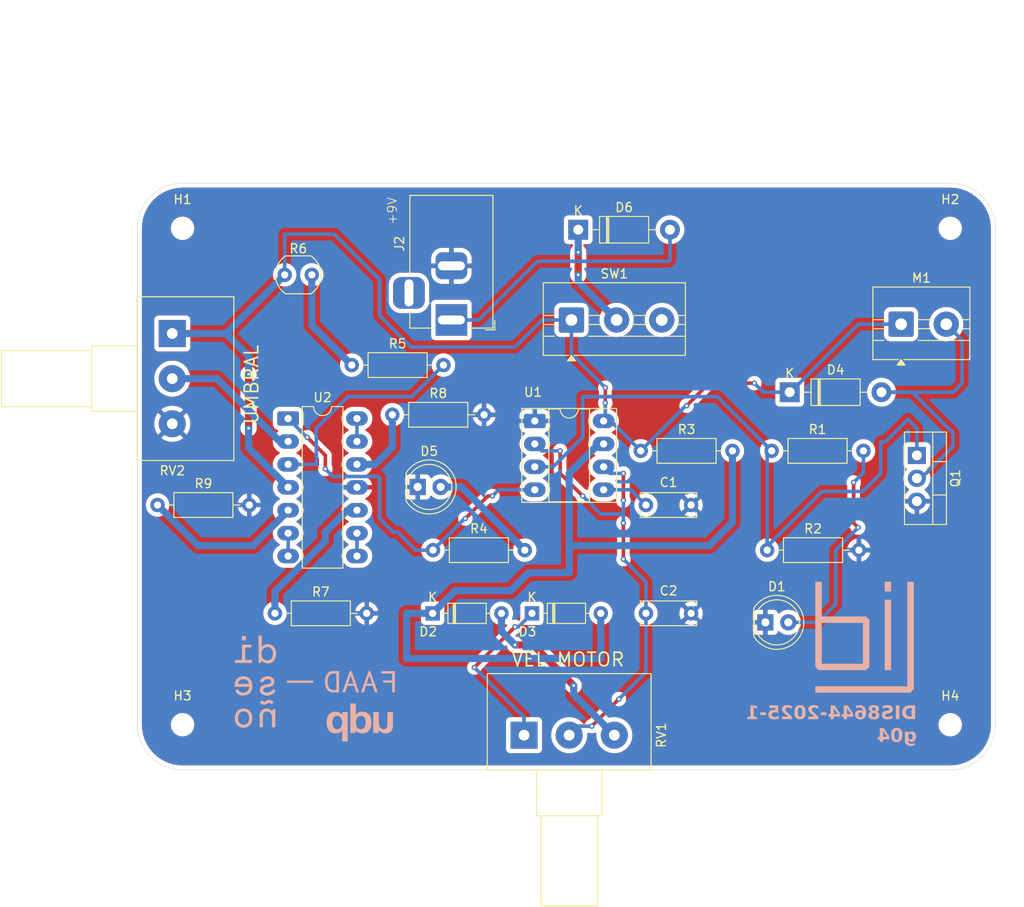
<source format=kicad_pcb>
(kicad_pcb (version 20241229) (generator "pcbnew") (generator_version "9.0")
  (layers (0 "F.Cu" signal) (2 "B.Cu" signal) (13 "F.Paste" user) (15 "B.Paste" user) (5 "F.SilkS" user "F.Silkscreen") (7 "B.SilkS" user "B.Silkscreen") (1 "F.Mask" user) (3 "B.Mask" user) (25 "Edge.Cuts" user))
  (net 0 "")
  (net 1 "GND")
  (net 2 "Net-(U1-CV)")
  (net 3 "Net-(U1-THR)")
  (net 4 "Net-(D1-A)")
  (net 5 "Net-(D2-K)")
  (net 6 "Net-(D2-A)")
  (net 7 "Net-(D3-K)")
  (net 8 "Net-(D4-A)")
  (net 9 "VCC")
  (net 10 "Net-(D5-A)")
  (net 11 "Net-(D6-K)")
  (net 12 "Net-(D6-A)")
  (net 14 "Net-(Q1-G)")
  (net 15 "Net-(U1-R)")
  (net 16 "Net-(U2A-+)")
  (net 17 "Net-(R5-Pad1)")
  (net 18 "Net-(U2C-+)")
  (net 19 "Net-(U2D-+)")
  (net 20 "Net-(U2B-+)")
  (net 21 "Net-(U2A--)")
  (net 22 "Net-(U2B--)")
  (net 23 "Net-(U2C--)")
  (net 24 "Net-(U2D--)")
  (footprint "MountingHole:MountingHole_2.1mm" (layer "F.Cu") (at 118.19 116.8425)
    (property "Reference" "H4")
    (property "Value" "MountingHole")
  )
  (footprint "Diode_THT:D_DO-35_SOD27_P7.62mm_Horizontal" (layer "F.Cu") (at 71.88 104.5)
    (property "Reference" "D3")
    (property "Value" "1N4148")
  )
  (footprint "Capacitor_THT:C_Disc_D6.0mm_W2.5mm_P5.00mm" (layer "F.Cu") (at 84.5 104.5)
    (property "Reference" "C2")
    (property "Value" "104")
  )
  (footprint "LED_THT:LED_D5.0mm" (layer "F.Cu") (at 59.225 90.5)
    (property "Reference" "D5")
    (property "Value" "LED")
  )
  (footprint "Potentiometer_THT:Potentiometer_Alps_RK163_Single_Horizontal" (layer "F.Cu") (at 32.05 73.5)
    (property "Reference" "RV2")
    (property "Value" "500k")
  )
  (footprint "Diode_THT:D_DO-41_SOD81_P10.16mm_Horizontal" (layer "F.Cu") (at 100.42 80)
    (property "Reference" "D4")
    (property "Value" "1N4007")
  )
  (footprint "TerminalBlock:TerminalBlock_MaiXu_MX126-5.0-02P_1x02_P5.00mm" (layer "F.Cu") (at 112.75 72.4675)
    (property "Reference" "M1")
    (property "Value" "Motor_DC")
  )
  (footprint "Resistor_THT:R_Axial_DIN0207_L6.3mm_D2.5mm_P10.16mm_Horizontal" (layer "F.Cu") (at 83.92 86.5)
    (property "Reference" "R3")
    (property "Value" "1k")
  )
  (footprint "Diode_THT:D_DO-41_SOD81_P10.16mm_Horizontal" (layer "F.Cu") (at 77 62)
    (property "Reference" "D6")
    (property "Value" "1N4007")
  )
  (footprint "Resistor_THT:R_Axial_DIN0207_L6.3mm_D2.5mm_P10.16mm_Horizontal" (layer "F.Cu") (at 97.92 97.5)
    (property "Reference" "R2")
    (property "Value" "100k")
  )
  (footprint "MountingHole:MountingHole_2.1mm" (layer "F.Cu") (at 33.19 116.8425)
    (property "Reference" "H3")
    (property "Value" "MountingHole")
  )
  (footprint "LED_THT:LED_D5.0mm" (layer "F.Cu") (at 97.725 105.5)
    (property "Reference" "D1")
    (property "Value" "LED")
  )
  (footprint "Package_TO_SOT_THT:TO-220-3_Vertical" (layer "F.Cu") (at 114.5 87 -90)
    (property "Reference" "Q1")
    (property "Value" "IRLZ44N")
  )
  (footprint "Capacitor_THT:C_Disc_D6.0mm_W2.5mm_P5.00mm" (layer "F.Cu") (at 84.5 92.5)
    (property "Reference" "C1")
    (property "Value" "104")
  )
  (footprint "Package_DIP:DIP-8_W7.62mm_Socket_LongPads" (layer "F.Cu") (at 72.19 83.19)
    (property "Reference" "U1")
    (property "Value" "~")
  )
  (footprint "MountingHole:MountingHole_2.1mm" (layer "F.Cu") (at 33.19 61.8425)
    (property "Reference" "H1")
    (property "Value" "MountingHole")
  )
  (footprint "Potentiometer_THT:Potentiometer_Alps_RK163_Single_Horizontal" (layer "F.Cu") (at 71 118 90)
    (property "Reference" "RV1")
    (property "Value" "500k")
  )
  (footprint "Resistor_THT:R_Axial_DIN0207_L6.3mm_D2.5mm_P10.16mm_Horizontal" (layer "F.Cu") (at 51.92 77)
    (property "Reference" "R5")
    (property "Value" "10k")
  )
  (footprint "OptoDevice:R_LDR_5.0x4.1mm_P3mm_Vertical" (layer "F.Cu") (at 44.5 67)
    (property "Reference" "R6")
    (property "Value" "LDR")
  )
  (footprint "Resistor_THT:R_Axial_DIN0207_L6.3mm_D2.5mm_P10.16mm_Horizontal" (layer "F.Cu") (at 56.42 82.5)
    (property "Reference" "R8")
    (property "Value" "10k")
  )
  (footprint "Diode_THT:D_DO-35_SOD27_P7.62mm_Horizontal" (layer "F.Cu") (at 60.88 104.5)
    (property "Reference" "D2")
    (property "Value" "1N4148")
  )
  (footprint "Connector_BarrelJack:BarrelJack_Horizontal" (layer "F.Cu") (at 62.9575 72 -90)
    (property "Reference" "J2")
    (property "Value" "Barrel_Jack_Switch")
  )
  (footprint "Resistor_THT:R_Axial_DIN0207_L6.3mm_D2.5mm_P10.16mm_Horizontal" (layer "F.Cu") (at 98.42 86.5)
    (property "Reference" "R1")
    (property "Value" "1k")
  )
  (footprint "Resistor_THT:R_Axial_DIN0207_L6.3mm_D2.5mm_P10.16mm_Horizontal" (layer "F.Cu") (at 30.42 92.5)
    (property "Reference" "R9")
    (property "Value" "10k")
  )
  (footprint "Resistor_THT:R_Axial_DIN0207_L6.3mm_D2.5mm_P10.16mm_Horizontal" (layer "F.Cu") (at 60.92 97.5)
    (property "Reference" "R4")
    (property "Value" "1k")
  )
  (footprint "Resistor_THT:R_Axial_DIN0207_L6.3mm_D2.5mm_P10.16mm_Horizontal" (layer "F.Cu") (at 43.42 104.5)
    (property "Reference" "R7")
    (property "Value" "10k")
  )
  (footprint "Package_DIP:DIP-14_W7.62mm_LongPads" (layer "F.Cu") (at 44.88 82.92)
    (property "Reference" "U2")
    (property "Value" "LM324")
  )
  (footprint "TerminalBlock:TerminalBlock_MaiXu_MX126-5.0-03P_1x03_P5.00mm" (layer "F.Cu") (at 76.25 72)
    (property "Reference" "SW1")
    (property "Value" "SW_SPDT")
  )
  (footprint "MountingHole:MountingHole_2.1mm" (layer "F.Cu") (at 118.19 61.8425)
    (property "Reference" "H2")
    (property "Value" "MountingHole")
  )
  (gr_poly (pts (xy 49.823641 110.900187) (xy 49.777997 110.901406) (xy 49.733115 110.905046) (xy 49.68904 110.911083) (xy 49.645818 110.919491) (xy 49.603493 110.930248) (xy 49.56211 110.943326) (xy 49.521715 110.958703) (xy 49.482352 110.976354) (xy 49.444066 110.996253) (xy 49.406904 111.018376) (xy 49.370908 111.042699) (xy 49.336126 111.069197) (xy 49.302601 111.097845) (xy 49.270379 111.128619) (xy 49.239504 111.161493) (xy 49.210022 111.196444) (xy 49.181979 111.233447) (xy 49.155418 111.272477) (xy 49.130384 111.31351) (xy 49.106924 111.35652) (xy 49.085082 111.401483) (xy 49.064903 111.448375) (xy 49.046432 111.497171) (xy 49.029714 111.547846) (xy 49.014794 111.600376) (xy 49.001717 111.654736) (xy 48.981274 111.768847) (xy 48.968743 111.889983) (xy 48.964486 112.017946) (xy 48.964486 112.141056) (xy 48.965558 112.205858) (xy 48.968743 112.26898) (xy 48.973997 112.330398) (xy 48.981273 112.390087) (xy 48.990529 112.448022) (xy 49.001717 112.504178) (xy 49.014794 112.558531) (xy 49.029714 112.611056) (xy 49.046432 112.661728) (xy 49.064903 112.710522) (xy 49.085082 112.757414) (xy 49.106924 112.802378) (xy 49.130384 112.845391) (xy 49.155417 112.886427) (xy 49.181978 112.925461) (xy 49.210022 112.962469) (xy 49.239504 112.997426) (xy 49.270378 113.030307) (xy 49.3026 113.061088) (xy 49.336125 113.089743) (xy 49.370908 113.116248) (xy 49.406903 113.140578) (xy 49.444066 113.162709) (xy 49.482351 113.182615) (xy 49.521714 113.200272) (xy 49.562109 113.215655) (xy 49.603492 113.22874) (xy 49.645817 113.239501) (xy 49.68904 113.247914) (xy 49.733114 113.253954) (xy 49.777996 113.257596) (xy 49.82364 113.258815) (xy 50.515156 113.258815) (xy 50.515156 112.989256) (xy 50.21726 112.989256) (xy 49.906508 112.989256) (xy 49.871383 112.988317) (xy 49.836844 112.985514) (xy 49.802925 112.980865) (xy 49.769662 112.97439) (xy 49.737089 112.966108) (xy 49.70524 112.956037) (xy 49.674151 112.944197) (xy 49.643856 112.930607) (xy 49.614389 112.915285) (xy 49.585786 112.898251) (xy 49.558082 112.879525) (xy 49.53131 112.859124) (xy 49.505506 112.837068) (xy 49.480704 112.813377) (xy 49.456939 112.788068) (xy 49.434246 112.761162) (xy 49.41266 112.732677) (xy 49.392214 112.702633) (xy 49.372944 112.671047) (xy 49.354885 112.637941) (xy 49.338072 112.603331) (xy 49.322538 112.567238) (xy 49.308319 112.529681) (xy 49.295449 112.490678) (xy 49.283963 112.45025) (xy 49.273896 112.408413) (xy 49.258158 112.320596) (xy 49.248511 112.227377) (xy 49.245234 112.128911) (xy 49.245234 112.034375) (xy 49.246059 111.984495) (xy 49.248511 111.935909) (xy 49.252556 111.888634) (xy 49.258158 111.842691) (xy 49.265283 111.798097) (xy 49.273896 111.754873) (xy 49.283963 111.713036) (xy 49.295449 111.672607) (xy 49.308319 111.633605) (xy 49.322538 111.596048) (xy 49.338072 111.559955) (xy 49.354885 111.525345) (xy 49.372944 111.492238) (xy 49.392214 111.460653) (xy 49.41266 111.430609) (xy 49.434246 111.402124) (xy 49.456939 111.375217) (xy 49.480704 111.349909) (xy 49.505506 111.326217) (xy 49.53131 111.304162) (xy 49.558082 111.283761) (xy 49.585786 111.265034) (xy 49.614389 111.248001) (xy 49.643856 111.232679) (xy 49.674151 111.219089) (xy 49.70524 111.207248) (xy 49.737089 111.197178) (xy 49.769662 111.188895) (xy 49.802925 111.18242) (xy 49.836844 111.177771) (xy 49.871383 111.174968) (xy 49.906508 111.17403) (xy 50.21726 111.17403) (xy 50.21726 112.989256) (xy 50.515156 112.989256) (xy 50.515156 110.899949) (xy 49.82364 110.899949)) (fill yes) (layer "B.SilkS"))
  (gr_poly (pts (xy 110.935721 102.078944) (xy 111.650096 102.078944) (xy 111.650096 100.999761) (xy 110.935721 100.999761)) (fill yes) (layer "B.SilkS"))
  (gr_poly (pts (xy 103.25 101) (xy 103.246905 110.418318) (xy 103.246903 110.418319) (xy 103.246905 110.41832) (xy 103.246905 110.418558) (xy 103.622904 110.794556) (xy 108.865702 110.794556) (xy 109.241701 110.418558) (xy 109.241701 110.079945) (xy 108.527326 110.079945) (xy 103.964374 110.079945) (xy 103.964374 105.559618) (xy 108.527326 105.559618) (xy 108.527326 110.079945) (xy 109.241701 110.079945) (xy 109.241701 105.221242) (xy 108.865702 104.845243) (xy 103.964374 104.845243) (xy 103.964374 100.999761) (xy 103.249999 100.999761)) (fill yes) (layer "B.SilkS"))
  (gr_poly (pts (xy 39.773813 109.666937) (xy 38.988001 109.666937) (xy 38.988001 110.000313) (xy 40.893 110.000313) (xy 40.893 109.666937) (xy 40.131 109.666937) (xy 40.131 108.285812) (xy 40.821563 108.285812) (xy 40.821563 107.97625) (xy 39.773813 107.97625)) (fill yes) (layer "B.SilkS"))
  (gr_poly (pts (xy 51.763167 117.7539) (xy 52.365148 117.7539) (xy 52.365148 117.753662) (xy 52.365148 117.493869) (xy 52.374197 117.493869) (xy 52.409737 117.534317) (xy 52.446854 117.571678) (xy 52.4855 117.606018) (xy 52.525626 117.637402) (xy 52.567185 117.665897) (xy 52.610129 117.691568) (xy 52.65441 117.714481) (xy 52.699981 117.734702) (xy 52.746794 117.752298) (xy 52.794801 117.767333) (xy 52.843954 117.779875) (xy 52.894206 117.789988) (xy 52.945508 117.797739) (xy 52.997813 117.803194) (xy 53.051073 117.806419) (xy 53.105241 117.807479) (xy 53.172471 117.8058) (xy 53.237023 117.800825) (xy 53.298935 117.792651) (xy 53.358241 117.781373) (xy 53.414977 117.767085) (xy 53.469179 117.749885) (xy 53.520881 117.729866) (xy 53.57012 117.707124) (xy 53.616932 117.681755) (xy 53.661351 117.653855) (xy 53.703414 117.623518) (xy 53.743155 117.590839) (xy 53.780611 117.555915) (xy 53.815818 117.518841) (xy 53.84881 117.479712) (xy 53.879623 117.438624) (xy 53.908293 117.395671) (xy 53.934856 117.35095) (xy 53.959347 117.304555) (xy 53.981801 117.256583) (xy 54.020743 117.156286) (xy 54.051966 117.050822) (xy 54.075755 116.940955) (xy 54.092395 116.827448) (xy 54.10217 116.711064) (xy 54.105359 116.592802) (xy 53.457189 116.592802) (xy 53.456952 116.592802) (xy 53.455602 116.653634) (xy 53.451369 116.7163) (xy 53.443974 116.780006) (xy 53.433139 116.843957) (xy 53.418588 116.907358) (xy 53.409831 116.938604) (xy 53.400041 116.969414) (xy 53.389184 116.99969) (xy 53.377223 117.029332) (xy 53.364125 117.05824) (xy 53.349855 117.086316) (xy 53.334377 117.11346) (xy 53.317659 117.139572) (xy 53.299664 117.164554) (xy 53.280357 117.188305) (xy 53.259706 117.210727) (xy 53.237673 117.231721) (xy 53.214226 117.251187) (xy 53.189329 117.269025) (xy 53.162947 117.285137) (xy 53.135046 117.299422) (xy 53.105591 117.311783) (xy 53.074547 117.322118) (xy 53.04188 117.33033) (xy 53.007554 117.336319) (xy 52.971536 117.339985) (xy 52.933791 117.341229) (xy 52.895979 117.339998) (xy 52.859768 117.336371) (xy 52.825131 117.330444) (xy 52.792043 117.322314) (xy 52.760476 117.312077) (xy 52.730405 117.29983) (xy 52.701803 117.285671) (xy 52.674644 117.269695) (xy 52.648902 117.251999) (xy 52.624551 117.23268) (xy 52.601565 117.211835) (xy 52.579916 117.189561) (xy 52.559579 117.165954) (xy 52.540528 117.14111) (xy 52.522737 117.115127) (xy 52.506178 117.088102) (xy 52.476656 117.03131) (xy 52.451751 116.971507) (xy 52.431253 116.909468) (xy 52.414954 116.845966) (xy 52.402642 116.781775) (xy 52.394108 116.717668) (xy 52.389141 116.654419) (xy 52.387532 116.592802) (xy 52.38935 116.531335) (xy 52.394898 116.468509) (xy 52.404317 116.40506) (xy 52.417748 116.341722) (xy 52.435333 116.279229) (xy 52.445727 116.248529) (xy 52.457213 116.218316) (xy 52.469808 116.188682) (xy 52.483529 116.159719) (xy 52.498395 116.131517) (xy 52.514423 116.10417) (xy 52.531631 116.077769) (xy 52.550036 116.052405) (xy 52.569656 116.028172) (xy 52.590508 116.005159) (xy 52.612611 115.98346) (xy 52.635982 115.963166) (xy 52.660639 115.944369) (xy 52.686599 115.927161) (xy 52.71388 115.911634) (xy 52.742499 115.897879) (xy 52.772475 115.885988) (xy 52.803825 115.876053) (xy 52.836566 115.868166) (xy 52.870717 115.862419) (xy 52.906294 115.858903) (xy 52.943316 115.857711) (xy 52.980218 115.85894) (xy 53.015445 115.862562) (xy 53.04903 115.868479) (xy 53.081006 115.87659) (xy 53.111407 115.886797) (xy 53.140265 115.899001) (xy 53.167613 115.913102) (xy 53.193484 115.929003) (xy 53.217912 115.946603) (xy 53.240929 115.965804) (xy 53.262568 115.986507) (xy 53.282863 116.008612) (xy 53.301845 116.032021) (xy 53.319549 116.056635) (xy 53.336008 116.082355) (xy 53.351253 116.109081) (xy 53.378238 116.165157) (xy 53.400769 116.224071) (xy 53.419109 116.285032) (xy 53.433522 116.347247) (xy 53.444272 116.409923) (xy 53.451624 116.472269) (xy 53.455842 116.533493) (xy 53.457189 116.592802) (xy 54.105359 116.592802) (xy 54.105365 116.592566) (xy 54.102168 116.47422) (xy 54.092385 116.358266) (xy 54.075735 116.245428) (xy 54.064745 116.190404) (xy 54.051932 116.136429) (xy 54.037261 116.083596) (xy 54.020695 116.031993) (xy 54.002199 115.981712) (xy 53.981738 115.932843) (xy 53.959277 115.885476) (xy 53.934779 115.839702) (xy 53.90821 115.795611) (xy 53.879534 115.753293) (xy 53.848715 115.71284) (xy 53.815719 115.674342) (xy 53.780509 115.637888) (xy 53.74305 115.60357) (xy 53.703308 115.571477) (xy 53.661245 115.541701) (xy 53.616828 115.514331) (xy 53.57002 115.489458) (xy 53.520786 115.467173) (xy 53.46909 115.447566) (xy 53.414898 115.430727) (xy 53.358173 115.416747) (xy 53.29888 115.405717) (xy 53.236984 115.397726) (xy 53.17245 115.392865) (xy 53.105241 115.391224) (xy 53.048179 115.392436) (xy 52.9932 115.396084) (xy 52.940213 115.402188) (xy 52.889131 115.410769) (xy 52.839864 115.421846) (xy 52.792324 115.435439) (xy 52.74642 115.451568) (xy 52.702065 115.470252) (xy 52.65917 115.491512) (xy 52.617645 115.515368) (xy 52.577401 115.541839) (xy 52.538351 115.570945) (xy 52.500403 115.602707) (xy 52.463471 115.637144) (xy 52.427464 115.674276) (xy 52.392294 115.714122) (xy 52.383484 115.714122) (xy 52.385388 114.483016) (xy 51.76531 114.483016)) (fill yes) (layer "B.SilkS"))
  (gr_poly (pts (xy 42.578693 111.474787) (xy 42.509764 111.479333) (xy 42.44105 111.488285) (xy 42.372994 111.501628) (xy 42.306037 111.519349) (xy 42.240624 111.541432) (xy 42.177196 111.567863) (xy 42.116196 111.598627) (xy 42.058066 111.63371) (xy 42.00325 111.673098) (xy 41.952191 111.716776) (xy 41.90533 111.764729) (xy 41.86311 111.816943) (xy 41.825974 111.873403) (xy 41.816546 111.889847) (xy 41.807894 111.905651) (xy 41.792822 111.935111) (xy 41.780575 111.961318) (xy 41.770967 111.983804) (xy 41.763816 112.002105) (xy 41.758935 112.015754) (xy 41.755252 112.027233) (xy 42.048621 112.188443) (xy 42.077007 112.134883) (xy 42.10671 112.085293) (xy 42.122099 112.061989) (xy 42.137867 112.03968) (xy 42.154033 112.018367) (xy 42.170612 111.998051) (xy 42.187622 111.978734) (xy 42.20508 111.960415) (xy 42.223003 111.943096) (xy 42.241407 111.926777) (xy 42.260309 111.91146) (xy 42.279726 111.897146) (xy 42.299675 111.883835) (xy 42.320173 111.871529) (xy 42.341237 111.860228) (xy 42.362884 111.849933) (xy 42.38513 111.840645) (xy 42.407993 111.832365) (xy 42.431489 111.825095) (xy 42.455635 111.818834) (xy 42.480448 111.813583) (xy 42.505945 111.809345) (xy 42.532142 111.806119) (xy 42.559058 111.803907) (xy 42.586707 111.802709) (xy 42.615109 111.802526) (xy 42.644278 111.80336) (xy 42.674233 111.805211) (xy 42.704989 111.80808) (xy 42.736565 111.811968) (xy 42.761665 111.816308) (xy 42.785731 111.822217) (xy 42.808723 111.829605) (xy 42.830603 111.838384) (xy 42.851335 111.848467) (xy 42.87088 111.859764) (xy 42.8892 111.872188) (xy 42.906258 111.885649) (xy 42.922015 111.900061) (xy 42.936435 111.915334) (xy 42.949478 111.93138) (xy 42.961107 111.948111) (xy 42.971284 111.965439) (xy 42.979972 111.983275) (xy 42.987132 112.001531) (xy 42.992727 112.020119) (xy 42.996719 112.038951) (xy 42.99907 112.057937) (xy 42.999742 112.076991) (xy 42.998697 112.096023) (xy 42.995898 112.114945) (xy 42.991307 112.13367) (xy 42.984885 112.152108) (xy 42.976595 112.170171) (xy 42.966399 112.187772) (xy 42.95426 112.204821) (xy 42.940138 112.221231) (xy 42.923998 112.236913) (xy 42.9058 112.251779) (xy 42.885507 112.265741) (xy 42.863081 112.27871) (xy 42.838484 112.290598) (xy 42.769715 112.316781) (xy 42.69422 112.338915) (xy 42.613461 112.358236) (xy 42.528899 112.37598) (xy 42.354213 112.411684) (xy 42.267012 112.432116) (xy 42.181854 112.455916) (xy 42.100202 112.484321) (xy 42.023515 112.518566) (xy 41.987491 112.538265) (xy 41.953257 112.559887) (xy 41.920995 112.583588) (xy 41.890888 112.609522) (xy 41.863119 112.637843) (xy 41.83787 112.668706) (xy 41.815324 112.702265) (xy 41.795665 112.738676) (xy 41.779073 112.778091) (xy 41.765733 112.820666) (xy 41.755827 112.866556) (xy 41.749538 112.915915) (xy 41.746701 112.987894) (xy 41.750806 113.055755) (xy 41.761486 113.119536) (xy 41.778375 113.179274) (xy 41.801109 113.235004) (xy 41.829321 113.286763) (xy 41.862646 113.334589) (xy 41.900718 113.378517) (xy 41.943171 113.418585) (xy 41.989639 113.454828) (xy 42.039756 113.487284) (xy 42.093158 113.51599) (xy 42.149478 113.540981) (xy 42.20835 113.562294) (xy 42.269409 113.579967) (xy 42.332289 113.594035) (xy 42.396625 113.604536) (xy 42.46205 113.611505) (xy 42.528198 113.61498) (xy 42.594705 113.614997) (xy 42.661204 113.611594) (xy 42.72733 113.604805) (xy 42.792716 113.594669) (xy 42.856998 113.581221) (xy 42.919809 113.564498) (xy 42.980783 113.544538) (xy 43.039556 113.521376) (xy 43.095761 113.495049) (xy 43.149032 113.465594) (xy 43.199004 113.433048) (xy 43.245311 113.397446) (xy 43.287587 113.358826) (xy 43.3135 113.331846) (xy 43.337588 113.304743) (xy 43.359871 113.277774) (xy 43.38037 113.251198) (xy 43.399107 113.22527) (xy 43.416103 113.200248) (xy 43.43138 113.176389) (xy 43.444958 113.15395) (xy 43.467104 113.11436) (xy 43.482712 113.083536) (xy 43.494994 113.056408) (xy 43.168763 112.889243) (xy 43.168522 112.889245) (xy 43.164137 112.901824) (xy 43.159466 112.91421) (xy 43.154515 112.926414) (xy 43.14929 112.938452) (xy 43.143796 112.950334) (xy 43.138037 112.962074) (xy 43.13202 112.973685) (xy 43.125749 112.98518) (xy 43.11923 112.996572) (xy 43.112468 113.007873) (xy 43.098235 113.030256) (xy 43.083092 113.052433) (xy 43.067082 113.074507) (xy 43.052123 113.092397) (xy 43.034554 113.109777) (xy 43.014546 113.126596) (xy 42.992274 113.142801) (xy 42.967909 113.15834) (xy 42.941625 113.173162) (xy 42.883989 113.200446) (xy 42.820748 113.224235) (xy 42.753285 113.244116) (xy 42.682981 113.25967) (xy 42.61122 113.270484) (xy 42.539384 113.276141) (xy 42.468855 113.276225) (xy 42.434512 113.274047) (xy 42.401015 113.270321) (xy 42.368536 113.264993) (xy 42.337247 113.258012) (xy 42.307322 113.249326) (xy 42.278933 113.238883) (xy 42.252253 113.226632) (xy 42.227455 113.212519) (xy 42.204712 113.196493) (xy 42.184196 113.178503) (xy 42.166081 113.158495) (xy 42.150539 113.136419) (xy 42.140898 113.119505) (xy 42.132756 113.102664) (xy 42.12607 113.085918) (xy 42.1208 113.069285) (xy 42.116905 113.052788) (xy 42.114343 113.036447) (xy 42.113074 113.020281) (xy 42.113057 113.004312) (xy 42.114249 112.988559) (xy 42.116611 112.973045) (xy 42.120102 112.957788) (xy 42.124679 112.942809) (xy 42.130303 112.92813) (xy 42.136931 112.91377) (xy 42.144524 112.89975) (xy 42.153039 112.88609) (xy 42.162437 112.872811) (xy 42.172675 112.859934) (xy 42.183712 112.847478) (xy 42.195508 112.835465) (xy 42.208022 112.823915) (xy 42.221212 112.812848) (xy 42.235038 112.802285) (xy 42.249458 112.792246) (xy 42.264431 112.782753) (xy 42.279916 112.773824) (xy 42.295872 112.765482) (xy 42.312258 112.757745) (xy 42.329034 112.750636) (xy 42.346157 112.744174) (xy 42.363586 112.738379) (xy 42.381282 112.733273) (xy 42.452073 112.715824) (xy 42.524875 112.70017) (xy 42.669562 112.672581) (xy 42.801434 112.64718) (xy 42.858219 112.634261) (xy 42.883563 112.627565) (xy 42.906585 112.620641) (xy 42.939628 112.609347) (xy 42.973515 112.596525) (xy 43.007896 112.582155) (xy 43.042421 112.566215) (xy 43.076739 112.548684) (xy 43.110501 112.529541) (xy 43.143355 112.508767) (xy 43.174953 112.486338) (xy 43.204943 112.462236) (xy 43.232975 112.436438) (xy 43.2587 112.408924) (xy 43.270587 112.394517) (xy 43.281766 112.379673) (xy 43.292193 112.364389) (xy 43.301825 112.348664) (xy 43.310616 112.332493) (xy 43.318525 112.315876) (xy 43.325506 112.298808) (xy 43.331516 112.281287) (xy 43.336512 112.263312) (xy 43.340449 112.244879) (xy 43.35154 112.162951) (xy 43.354436 112.085704) (xy 43.349579 112.013126) (xy 43.337412 111.9452) (xy 43.318378 111.881912) (xy 43.292919 111.823249) (xy 43.261477 111.769195) (xy 43.224496 111.719735) (xy 43.182418 111.674856) (xy 43.135686 111.634543) (xy 43.084743 111.598781) (xy 43.03003 111.567555) (xy 42.971991 111.540852) (xy 42.911068 111.518657) (xy 42.847705 111.500954) (xy 42.782343 111.487731) (xy 42.715425 111.478971) (xy 42.647394 111.474662)) (fill yes) (layer "B.SilkS"))
  (gr_poly (pts (xy 53.603875 111.394772) (xy 53.604113 111.394773) (xy 52.950936 113.258815) (xy 53.262403 113.258815) (xy 53.499338 112.533724) (xy 54.255146 112.533724) (xy 54.492081 113.258815) (xy 54.803548 113.258815) (xy 54.466113 112.295839) (xy 54.177279 112.295839) (xy 53.576966 112.295839) (xy 53.871288 111.394773) (xy 53.882719 111.394773) (xy 54.177279 112.295839) (xy 54.466113 112.295839) (xy 54.150372 111.394772) (xy 53.977016 110.899949) (xy 53.777229 110.899949)) (fill yes) (layer "B.SilkS"))
  (gr_poly (pts (xy 50.067424 115.392876) (xy 50.002896 115.39777) (xy 49.941009 115.405813) (xy 49.88173 115.416913) (xy 49.825021 115.430977) (xy 49.770848 115.447911) (xy 49.719174 115.467625) (xy 49.669964 115.490024) (xy 49.623182 115.515016) (xy 49.578792 115.542509) (xy 49.536759 115.572409) (xy 49.497047 115.604624) (xy 49.459621 115.639062) (xy 49.424444 115.675629) (xy 49.39148 115.714233) (xy 49.360695 115.754782) (xy 49.332053 115.797182) (xy 49.305517 115.84134) (xy 49.281052 115.887165) (xy 49.258622 115.934563) (xy 49.219726 116.033709) (xy 49.188542 116.138036) (xy 49.164785 116.246803) (xy 49.14817 116.359268) (xy 49.13841 116.47469) (xy 49.135221 116.592327) (xy 49.138414 116.710121) (xy 49.148197 116.825988) (xy 49.164878 116.939146) (xy 49.188762 117.048812) (xy 49.2035 117.10209) (xy 49.220154 117.154202) (xy 49.238763 117.20505) (xy 49.259363 117.254535) (xy 49.281994 117.30256) (xy 49.306693 117.349027) (xy 49.3335 117.393838) (xy 49.362451 117.436896) (xy 49.393587 117.478102) (xy 49.426944 117.517358) (xy 49.462562 117.554568) (xy 49.500477 117.589632) (xy 49.54073 117.622454) (xy 49.583358 117.652935) (xy 49.628398 117.680977) (xy 49.675891 117.706483) (xy 49.725873 117.729354) (xy 49.778384 117.749494) (xy 49.83346 117.766804) (xy 49.891142 117.781185) (xy 49.951466 117.792541) (xy 50.014472 117.800774) (xy 50.080197 117.805785) (xy 50.148681 117.807478) (xy 50.197623 117.806709) (xy 50.245556 117.804277) (xy 50.292544 117.799992) (xy 50.338656 117.793663) (xy 50.383956 117.7851) (xy 50.428513 117.774113) (xy 50.472392 117.760512) (xy 50.515661 117.744107) (xy 50.558385 117.724707) (xy 50.600632 117.702124) (xy 50.642468 117.676166) (xy 50.683959 117.646643) (xy 50.725173 117.613366) (xy 50.766176 117.576144) (xy 50.807035 117.534787) (xy 50.847815 117.489105) (xy 50.857102 117.489105) (xy 50.857102 118.694732) (xy 51.47718 118.694732) (xy 51.47718 116.592327) (xy 50.85234 116.592327) (xy 50.850679 116.654771) (xy 50.84557 116.718639) (xy 50.836823 116.783179) (xy 50.824249 116.847638) (xy 50.80766 116.911265) (xy 50.797801 116.94253) (xy 50.786866 116.973306) (xy 50.774834 117.003496) (xy 50.761679 117.033009) (xy 50.747378 117.061749) (xy 50.731909 117.089622) (xy 50.715246 117.116534) (xy 50.697367 117.142392) (xy 50.678247 117.167101) (xy 50.657864 117.190568) (xy 50.636193 117.212697) (xy 50.613211 117.233396) (xy 50.588895 117.25257) (xy 50.563219 117.270124) (xy 50.536162 117.285966) (xy 50.5077 117.300001) (xy 50.477808 117.312134) (xy 50.446463 117.322272) (xy 50.413641 117.330321) (xy 50.37932 117.336187) (xy 50.343474 117.339776) (xy 50.306082 117.340993) (xy 50.268755 117.339722) (xy 50.233103 117.33598) (xy 50.199093 117.329872) (xy 50.166693 117.321501) (xy 50.135871 117.310972) (xy 50.106595 117.298389) (xy 50.078833 117.283856) (xy 50.052553 117.267479) (xy 50.027722 117.249361) (xy 50.004309 117.229607) (xy 49.982282 117.208321) (xy 49.961608 117.185607) (xy 49.942255 117.161571) (xy 49.924191 117.136316) (xy 49.907385 117.109946) (xy 49.891804 117.082567) (xy 49.864188 117.025196) (xy 49.841087 116.965038) (xy 49.822244 116.902928) (xy 49.807403 116.839702) (xy 49.796307 116.776193) (xy 49.788699 116.713237) (xy 49.784323 116.65167) (xy 49.782921 116.592327) (xy 49.784268 116.533135) (xy 49.788486 116.471999) (xy 49.795838 116.409714) (xy 49.806588 116.347073) (xy 49.821001 116.284874) (xy 49.829664 116.254188) (xy 49.839341 116.223911) (xy 49.850066 116.194141) (xy 49.861872 116.164979) (xy 49.874791 116.136523) (xy 49.888857 116.108874) (xy 49.904102 116.08213) (xy 49.920561 116.056391) (xy 49.938265 116.031757) (xy 49.957247 116.008326) (xy 49.977542 115.986198) (xy 49.999181 115.965473) (xy 50.022198 115.94625) (xy 50.046625 115.928628) (xy 50.072497 115.912708) (xy 50.099845 115.898587) (xy 50.128703 115.886366) (xy 50.159104 115.876144) (xy 50.19108 115.868021) (xy 50.224665 115.862095) (xy 50.259892 115.858467) (xy 50.296677 115.857239) (xy 50.333181 115.858414) (xy 50.368411 115.861888) (xy 50.402262 115.867571) (xy 50.434749 115.875372) (xy 50.465888 115.885203) (xy 50.495694 115.896975) (xy 50.524181 115.910598) (xy 50.551365 115.925983) (xy 50.577262 115.943041) (xy 50.601886 115.961684) (xy 50.625252 115.981822) (xy 50.647376 116.003365) (xy 50.668273 116.026226) (xy 50.687958 116.050315) (xy 50.706446 116.075542) (xy 50.723753 116.101819) (xy 50.754882 116.157166) (xy 50.781467 116.215643) (xy 50.803628 116.276538) (xy 50.821488 116.339137) (xy 50.835168 116.402728) (xy 50.844789 116.466598) (xy 50.850473 116.530035) (xy 50.85234 116.592327) (xy 51.47718 116.592327) (xy 51.47718 115.445041) (xy 50.884725 115.445041) (xy 50.884725 115.771986) (xy 50.8752 115.771986) (xy 50.848068 115.730901) (xy 50.81861 115.691496) (xy 50.786777 115.653905) (xy 50.752521 115.618262) (xy 50.715792 115.5847) (xy 50.676542 115.553354) (xy 50.634722 115.524358) (xy 50.590284 115.497845) (xy 50.543177 115.47395) (xy 50.493354 115.452806) (xy 50.440765 115.434547) (xy 50.385362 115.419308) (xy 50.327096 115.407222) (xy 50.265918 115.398424) (xy 50.201779 115.393046) (xy 50.134631 115.391224)) (fill yes) (layer "B.SilkS"))
  (gr_poly (pts (xy 42.757314 114.091816) (xy 42.731285 114.093602) (xy 42.705306 114.096427) (xy 42.679428 114.100288) (xy 42.653704 114.105185) (xy 42.628185 114.111114) (xy 42.602924 114.118075) (xy 42.577972 114.126066) (xy 42.559723 114.132932) (xy 42.541546 114.140882) (xy 42.505409 114.159418) (xy 42.46957 114.180441) (xy 42.43404 114.20272) (xy 42.398828 114.225025) (xy 42.363944 114.246123) (xy 42.329398 114.264784) (xy 42.312254 114.272816) (xy 42.295198 114.279776) (xy 42.278232 114.285512) (xy 42.261357 114.289868) (xy 42.244573 114.292692) (xy 42.227882 114.293828) (xy 42.211285 114.293125) (xy 42.194783 114.290426) (xy 42.178379 114.285579) (xy 42.162072 114.278429) (xy 42.145864 114.268824) (xy 42.129756 114.256607) (xy 42.11375 114.241627) (xy 42.097847 114.223729) (xy 42.082048 114.202758) (xy 42.066353 114.178562) (xy 42.050766 114.150985) (xy 42.035352 114.12001) (xy 41.751441 114.344189) (xy 41.767406 114.367138) (xy 41.783863 114.389102) (xy 41.800802 114.41008) (xy 41.818213 114.430069) (xy 41.836088 114.449066) (xy 41.854417 114.46707) (xy 41.873191 114.484079) (xy 41.892399 114.50009) (xy 41.912034 114.515101) (xy 41.932086 114.529109) (xy 41.952544 114.542113) (xy 41.9734 114.55411) (xy 41.994645 114.565099) (xy 42.016269 114.575076) (xy 42.038262 114.584039) (xy 42.060616 114.591988) (xy 42.08332 114.598918) (xy 42.106366 114.604828) (xy 42.129745 114.609716) (xy 42.153446 114.613579) (xy 42.17746 114.616416) (xy 42.201779 114.618224) (xy 42.226392 114.619) (xy 42.251291 114.618743) (xy 42.276465 114.617451) (xy 42.301906 114.61512) (xy 42.327604 114.61175) (xy 42.35355 114.607337) (xy 42.379734 114.601879) (xy 42.406148 114.595375) (xy 42.432781 114.587822) (xy 42.459624 114.579218) (xy 42.477264 114.572696) (xy 42.494864 114.56523) (xy 42.529933 114.547998) (xy 42.564806 114.528584) (xy 42.599455 114.508052) (xy 42.667984 114.467888) (xy 42.701812 114.450384) (xy 42.718605 114.442741) (xy 42.735313 114.436016) (xy 42.751934 114.43034) (xy 42.768463 114.425847) (xy 42.784898 114.42267) (xy 42.801236 114.420942) (xy 42.817472 114.420795) (xy 42.833605 114.422363) (xy 42.849631 114.425779) (xy 42.865546 114.431175) (xy 42.881347 114.438684) (xy 42.897031 114.44844) (xy 42.912595 114.460576) (xy 42.928036 114.475223) (xy 42.94335 114.492516) (xy 42.958534 114.512587) (xy 42.973586 114.53557) (xy 42.9885 114.561596) (xy 43.023504 114.573265) (xy 43.272107 114.389432) (xy 43.261731 114.364724) (xy 43.250106 114.341095) (xy 43.237283 114.318544) (xy 43.223314 114.29707) (xy 43.208251 114.276671) (xy 43.192146 114.257344) (xy 43.175051 114.239089) (xy 43.157018 114.221904) (xy 43.1381 114.205787) (xy 43.118347 114.190736) (xy 43.097812 114.17675) (xy 43.076547 114.163827) (xy 43.054604 114.151965) (xy 43.032035 114.141163) (xy 43.008892 114.13142) (xy 42.985226 114.122733) (xy 42.96109 114.1151) (xy 42.936536 114.108521) (xy 42.911616 114.102993) (xy 42.886382 114.098515) (xy 42.860885 114.095086) (xy 42.835178 114.092703) (xy 42.809312 114.091364) (xy 42.78334 114.091069)) (fill yes) (layer "B.SilkS"))
  (gr_poly (pts (xy 113.439605 112.581686) (xy 103.246903 112.581686) (xy 103.246903 113.296061) (xy 113.765121 113.296061) (xy 114.154456 112.916251) (xy 114.15398 100.999761) (xy 113.439605 100.999761)) (fill yes) (layer "B.SilkS"))
  (gr_poly (pts (xy 39.859253 115.048584) (xy 39.744823 115.06376) (xy 39.638452 115.090204) (xy 39.540103 115.127119) (xy 39.449741 115.173706) (xy 39.367331 115.229166) (xy 39.292837 115.292703) (xy 39.226224 115.363518) (xy 39.167457 115.440813) (xy 39.116501 115.52379) (xy 39.07332 115.611651) (xy 39.037879 115.703597) (xy 39.010142 115.798832) (xy 38.990075 115.896556) (xy 38.977641 115.995972) (xy 38.972806 116.096281) (xy 38.975535 116.196687) (xy 38.985791 116.296389) (xy 39.00354 116.394592) (xy 39.028746 116.490495) (xy 39.061375 116.583303) (xy 39.10139 116.672215) (xy 39.148756 116.756435) (xy 39.203439 116.835164) (xy 39.265402 116.907605) (xy 39.33461 116.972958) (xy 39.411029 117.030427) (xy 39.494623 117.079213) (xy 39.585356 117.118518) (xy 39.683193 117.147544) (xy 39.788099 117.165493) (xy 39.918392 117.173951) (xy 40.04043 117.169755) (xy 40.154264 117.15369) (xy 40.259944 117.126542) (xy 40.357521 117.089097) (xy 40.447043 117.042139) (xy 40.528563 116.986455) (xy 40.60213 116.922828) (xy 40.667794 116.852046) (xy 40.725605 116.774892) (xy 40.775614 116.692153) (xy 40.817871 116.604613) (xy 40.852426 116.513059) (xy 40.87933 116.418275) (xy 40.898632 116.321047) (xy 40.910383 116.222161) (xy 40.914633 116.1224) (xy 40.914631 116.122357) (xy 40.550934 116.122357) (xy 40.548894 116.185231) (xy 40.54335 116.247589) (xy 40.534292 116.309013) (xy 40.521714 116.369085) (xy 40.505606 116.427387) (xy 40.48596 116.483501) (xy 40.462769 116.537009) (xy 40.436024 116.587493) (xy 40.405717 116.634535) (xy 40.371839 116.677718) (xy 40.334383 116.716623) (xy 40.29334 116.750832) (xy 40.248703 116.779928) (xy 40.200462 116.803493) (xy 40.14861 116.821108) (xy 40.093139 116.832356) (xy 40.033344 116.838956) (xy 39.976193 116.841956) (xy 39.921662 116.84147) (xy 39.869728 116.837615) (xy 39.820368 116.830506) (xy 39.773559 116.820257) (xy 39.729277 116.806985) (xy 39.6875 116.790803) (xy 39.648205 116.771829) (xy 39.611368 116.750176) (xy 39.576966 116.725961) (xy 39.544976 116.699298) (xy 39.515375 116.670303) (xy 39.488141 116.639091) (xy 39.463249 116.605778) (xy 39.440677 116.570478) (xy 39.420401 116.533307) (xy 39.402399 116.494381) (xy 39.386647 116.453814) (xy 39.373123 116.411721) (xy 39.361802 116.368219) (xy 39.352663 116.323422) (xy 39.345682 116.277446) (xy 39.340835 116.230406) (xy 39.338101 116.182417) (xy 39.337455 116.133594) (xy 39.338874 116.084053) (xy 39.342336 116.03391) (xy 39.347817 115.983279) (xy 39.355294 115.932275) (xy 39.364745 115.881014) (xy 39.376145 115.829612) (xy 39.384756 115.796943) (xy 39.394586 115.765424) (xy 39.405605 115.735062) (xy 39.417786 115.705861) (xy 39.431099 115.677831) (xy 39.445516 115.650976) (xy 39.461008 115.625304) (xy 39.477546 115.600822) (xy 39.495101 115.577535) (xy 39.513646 115.555452) (xy 39.53315 115.534578) (xy 39.553585 115.514919) (xy 39.574923 115.496484) (xy 39.597135 115.479278) (xy 39.620192 115.463309) (xy 39.644066 115.448582) (xy 39.668727 115.435104) (xy 39.694147 115.422883) (xy 39.720297 115.411924) (xy 39.747148 115.402235) (xy 39.774672 115.393822) (xy 39.80284 115.386692) (xy 39.831624 115.380852) (xy 39.860994 115.376307) (xy 39.890921 115.373065) (xy 39.921378 115.371133) (xy 39.952334 115.370517) (xy 39.983763 115.371224) (xy 40.015634 115.37326) (xy 40.047919 115.376633) (xy 40.08059 115.381348) (xy 40.113617 115.387413) (xy 40.113617 115.387176) (xy 40.166538 115.401473) (xy 40.216086 115.421941) (xy 40.262252 115.448161) (xy 40.305027 115.479717) (xy 40.344405 115.516188) (xy 40.380376 115.557159) (xy 40.412933 115.602211) (xy 40.442067 115.650925) (xy 40.46777 115.702885) (xy 40.490033 115.757671) (xy 40.50885 115.814867) (xy 40.524211 115.874054) (xy 40.536108 115.934815) (xy 40.544533 115.99673) (xy 40.549478 116.059384) (xy 40.550934 116.122357) (xy 40.914631 116.122357) (xy 40.911432 116.022552) (xy 40.900831 115.923401) (xy 40.882879 115.825733) (xy 40.857628 115.730333) (xy 40.825127 115.637986) (xy 40.785426 115.549477) (xy 40.738575 115.465593) (xy 40.684626 115.387118) (xy 40.623628 115.314838) (xy 40.555631 115.249539) (xy 40.480686 115.192004) (xy 40.398842 115.143021) (xy 40.310151 115.103374) (xy 40.214662 115.073848) (xy 40.112425 115.055229) (xy 39.981775 115.045475)) (fill yes) (layer "B.SilkS"))
  (gr_poly (pts (xy 54.302295 117.753901) (xy 54.890226 117.753901) (xy 54.890226 117.440291) (xy 54.89975 117.440291) (xy 54.93625 117.481302) (xy 54.974558 117.520334) (xy 55.01464 117.557296) (xy 55.056463 117.592095) (xy 55.099991 117.62464) (xy 55.145193 117.654837) (xy 55.192033 117.682596) (xy 55.240477 117.707824) (xy 55.290493 117.730429) (xy 55.342047 117.750318) (xy 55.395103 117.7674) (xy 55.449629 117.781583) (xy 55.505591 117.792774) (xy 55.562955 117.800882) (xy 55.621687 117.805814) (xy 55.681753 117.807479) (xy 55.733772 117.806358) (xy 55.783932 117.803025) (xy 55.832247 117.797526) (xy 55.878731 117.789908) (xy 55.923396 117.780215) (xy 55.966257 117.768493) (xy 56.007327 117.754789) (xy 56.04662 117.739148) (xy 56.084149 117.721617) (xy 56.119928 117.70224) (xy 56.153971 117.681064) (xy 56.186291 117.658135) (xy 56.216902 117.633497) (xy 56.245817 117.607199) (xy 56.273051 117.579284) (xy 56.298616 117.549799) (xy 56.322526 117.518789) (xy 56.344795 117.486301) (xy 56.365436 117.452381) (xy 56.384463 117.417073) (xy 56.40189 117.380425) (xy 56.417731 117.342481) (xy 56.431998 117.303288) (xy 56.444705 117.262892) (xy 56.465496 117.178672) (xy 56.480212 117.090187) (xy 56.488962 116.997805) (xy 56.491854 116.901891) (xy 56.491854 115.445042) (xy 55.871776 115.445042) (xy 55.871776 116.678053) (xy 55.870795 116.787702) (xy 55.868716 116.844215) (xy 55.864819 116.900919) (xy 55.858536 116.957115) (xy 55.854322 116.984802) (xy 55.849299 117.0121) (xy 55.843395 117.03892) (xy 55.836539 117.065174) (xy 55.82866 117.090776) (xy 55.819687 117.115637) (xy 55.809549 117.13967) (xy 55.798175 117.162788) (xy 55.785493 117.184902) (xy 55.771434 117.205925) (xy 55.755925 117.22577) (xy 55.738896 117.244348) (xy 55.720275 117.261573) (xy 55.699992 117.277357) (xy 55.677975 117.291612) (xy 55.654153 117.30425) (xy 55.628456 117.315185) (xy 55.600812 117.324328) (xy 55.57115 117.331591) (xy 55.539399 117.336888) (xy 55.505488 117.34013) (xy 55.469346 117.34123) (xy 55.428244 117.339871) (xy 55.389162 117.335874) (xy 55.35205 117.329355) (xy 55.316863 117.320434) (xy 55.283554 117.309228) (xy 55.252076 117.295856) (xy 55.222383 117.280435) (xy 55.194426 117.263084) (xy 55.168161 117.243921) (xy 55.14354 117.223064) (xy 55.120515 117.200632) (xy 55.099041 117.176741) (xy 55.079071 117.151511) (xy 55.060557 117.125059) (xy 55.043453 117.097504) (xy 55.027713 117.068964) (xy 55.000135 117.0094) (xy 54.977448 116.947312) (xy 54.959278 116.883646) (xy 54.945251 116.819346) (xy 54.934993 116.755357) (xy 54.928129 116.692624) (xy 54.924285 116.632092) (xy 54.923087 116.574706) (xy 54.923087 115.445041) (xy 54.302533 115.445041) (xy 54.302295 115.445041)) (fill yes) (layer "B.SilkS"))
  (gr_poly (pts (xy 51.533853 111.394772) (xy 51.534092 111.394773) (xy 50.880915 113.258815) (xy 51.192382 113.258815) (xy 51.429317 112.533724) (xy 52.185126 112.533724) (xy 52.42206 113.258815) (xy 52.733527 113.258815) (xy 52.396092 112.295839) (xy 52.107259 112.295839) (xy 51.506946 112.295839) (xy 51.801268 111.394773) (xy 51.812698 111.394773) (xy 52.107259 112.295839) (xy 52.396092 112.295839) (xy 52.08035 111.394772) (xy 51.906996 110.899949) (xy 51.707208 110.899949)) (fill yes) (layer "B.SilkS"))
  (gr_poly (pts (xy 110.935721 110.794317) (xy 111.650096 110.794317) (xy 111.650096 102.98382) (xy 110.935721 102.98382)) (fill yes) (layer "B.SilkS"))
  (gr_poly (pts (xy 55.215504 111.178793) (xy 56.398271 111.178793) (xy 56.398271 111.924125) (xy 55.395288 111.924125) (xy 55.395288 112.182013) (xy 56.398271 112.182013) (xy 56.398271 113.258815) (xy 56.695927 113.258815) (xy 56.695927 110.899949) (xy 55.215504 110.899949)) (fill yes) (layer "B.SilkS"))
  (gr_poly (pts (xy 44.750149 112.204397) (xy 47.680514 112.204397) (xy 47.680514 111.951984) (xy 44.750149 111.951984)) (fill yes) (layer "B.SilkS"))
  (gr_poly (pts (xy 39.835839 111.481007) (xy 39.746632 111.490427) (xy 39.659521 111.506852) (xy 39.575055 111.530357) (xy 39.49378 111.561013) (xy 39.45451 111.579046) (xy 39.416244 111.598894) (xy 39.37905 111.620566) (xy 39.342996 111.644073) (xy 39.30815 111.669421) (xy 39.274582 111.696622) (xy 39.242359 111.725683) (xy 39.21155 111.756614) (xy 39.182224 111.789424) (xy 39.154448 111.824123) (xy 39.128292 111.860718) (xy 39.103824 111.899221) (xy 39.081112 111.939638) (xy 39.060224 111.981981) (xy 39.04123 112.026257) (xy 39.024198 112.072476) (xy 39.007358 112.118052) (xy 38.993622 112.165243) (xy 38.982711 112.213421) (xy 38.974348 112.261956) (xy 38.968253 112.310221) (xy 38.964148 112.357587) (xy 38.961756 112.403425) (xy 38.960797 112.447106) (xy 38.962067 112.525486) (xy 38.965731 112.587697) (xy 38.971334 112.6435) (xy 40.559625 112.6435) (xy 40.555505 112.707586) (xy 40.546197 112.768672) (xy 40.531994 112.826698) (xy 40.513189 112.881603) (xy 40.490074 112.933328) (xy 40.462944 112.981811) (xy 40.432089 113.026993) (xy 40.397804 113.068813) (xy 40.360381 113.107212) (xy 40.320113 113.142128) (xy 40.277292 113.173502) (xy 40.232213 113.201273) (xy 40.185166 113.225382) (xy 40.136446 113.245767) (xy 40.086344 113.262368) (xy 40.035155 113.275126) (xy 39.98317 113.283981) (xy 39.930683 113.28887) (xy 39.877986 113.289736) (xy 39.825373 113.286517) (xy 39.773135 113.279152) (xy 39.721567 113.267583) (xy 39.670959 113.251748) (xy 39.621607 113.231587) (xy 39.573802 113.20704) (xy 39.527837 113.178047) (xy 39.484005 113.144548) (xy 39.442599 113.106481) (xy 39.403911 113.063788) (xy 39.368235 113.016407) (xy 39.335864 112.964279) (xy 39.307089 112.907343) (xy 39.034673 113.046883) (xy 39.039436 113.079507) (xy 39.057989 113.124191) (xy 39.077774 113.166483) (xy 39.098762 113.206437) (xy 39.120922 113.24411) (xy 39.144224 113.279555) (xy 39.168639 113.312828) (xy 39.194135 113.343984) (xy 39.220683 113.373078) (xy 39.248253 113.400164) (xy 39.276814 113.425299) (xy 39.306337 113.448537) (xy 39.336791 113.469932) (xy 39.368146 113.489541) (xy 39.400373 113.507417) (xy 39.43344 113.523617) (xy 39.467318 113.538195) (xy 39.501976 113.551206) (xy 39.537385 113.562705) (xy 39.573515 113.572747) (xy 39.610334 113.581388) (xy 39.647814 113.588681) (xy 39.685924 113.594683) (xy 39.724634 113.599449) (xy 39.763913 113.603032) (xy 39.844061 113.606874) (xy 39.926126 113.606649) (xy 40.009868 113.602799) (xy 40.095045 113.595762) (xy 40.188993 113.58147) (xy 40.277485 113.558135) (xy 40.360482 113.526333) (xy 40.437944 113.48664) (xy 40.509834 113.439632) (xy 40.576112 113.385886) (xy 40.63674 113.325978) (xy 40.691678 113.260486) (xy 40.740889 113.189984) (xy 40.784333 113.115051) (xy 40.821971 113.036261) (xy 40.853765 112.954193) (xy 40.879677 112.869422) (xy 40.899666 112.782524) (xy 40.913696 112.694077) (xy 40.921725 112.604656) (xy 40.923717 112.514838) (xy 40.919633 112.425199) (xy 40.909432 112.336317) (xy 40.904539 112.310125) (xy 40.535812 112.310125) (xy 39.345188 112.310125) (xy 39.351445 112.246787) (xy 39.363446 112.187756) (xy 39.380818 112.13301) (xy 39.403185 112.082528) (xy 39.430172 112.036287) (xy 39.461405 111.994265) (xy 39.496508 111.956439) (xy 39.535108 111.922788) (xy 39.576829 111.89329) (xy 39.621296 111.867923) (xy 39.668135 111.846664) (xy 39.71697 111.829491) (xy 39.767428 111.816383) (xy 39.819133 111.807317) (xy 39.87171 111.80227) (xy 39.924785 111.801222) (xy 39.977982 111.804149) (xy 40.030928 111.81103) (xy 40.083246 111.821843) (xy 40.134563 111.836565) (xy 40.184504 111.855175) (xy 40.232693 111.87765) (xy 40.278757 111.903968) (xy 40.322319 111.934107) (xy 40.363006 111.968045) (xy 40.400442 112.00576) (xy 40.434253 112.047229) (xy 40.464065 112.092432) (xy 40.489501 112.141344) (xy 40.510187 112.193946) (xy 40.525749 112.250213) (xy 40.535812 112.310125) (xy 40.904539 112.310125) (xy 40.893078 112.248767) (xy 40.87053 112.163126) (xy 40.84175 112.07997) (xy 40.8067 111.999876) (xy 40.765341 111.923421) (xy 40.717633 111.85118) (xy 40.663539 111.78373) (xy 40.603019 111.721648) (xy 40.536035 111.66551) (xy 40.462547 111.615893) (xy 40.382518 111.573373) (xy 40.295908 111.538526) (xy 40.202678 111.51193) (xy 40.110562 111.494055) (xy 40.018351 111.482894) (xy 39.926595 111.47852)) (fill yes) (layer "B.SilkS"))
  (gr_poly (pts (xy 42.035352 114.12001) (xy 42.035523 114.119875) (xy 42.035285 114.119875)) (fill yes) (layer "B.SilkS"))
  (gr_poly (pts (xy 41.606897 106.954456) (xy 41.607373 110.000313) (xy 41.607375 110.000313) (xy 41.838832 110.003646) (xy 41.952893 109.762187) (xy 42.01829 109.815083) (xy 42.049942 109.839936) (xy 42.081195 109.863659) (xy 42.112273 109.886197) (xy 42.143402 109.907501) (xy 42.174804 109.927519) (xy 42.206705 109.946199) (xy 42.239329 109.963488) (xy 42.2729 109.979337) (xy 42.307642 109.993692) (xy 42.343779 110.006504) (xy 42.381537 110.017718) (xy 42.421139 110.027285) (xy 42.462809 110.035153) (xy 42.506772 110.04127) (xy 42.632168 110.048558) (xy 42.749767 110.04138) (xy 42.859525 110.020708) (xy 42.961397 109.987513) (xy 43.055339 109.942769) (xy 43.141304 109.887446) (xy 43.21925 109.822518) (xy 43.289132 109.748957) (xy 43.350904 109.667734) (xy 43.404522 109.579821) (xy 43.449942 109.486192) (xy 43.487118 109.387818) (xy 43.516007 109.285671) (xy 43.536563 109.180723) (xy 43.548741 109.073947) (xy 43.552498 108.966314) (xy 43.55211 108.957444) (xy 43.194746 108.957444) (xy 43.194027 109.021264) (xy 43.189417 109.084786) (xy 43.180936 109.147586) (xy 43.168605 109.209233) (xy 43.152444 109.269303) (xy 43.132474 109.327366) (xy 43.108714 109.382995) (xy 43.081187 109.435763) (xy 43.049911 109.485242) (xy 43.014908 109.531006) (xy 42.976197 109.572625) (xy 42.9338 109.609674) (xy 42.887737 109.641724) (xy 42.838028 109.668349) (xy 42.784693 109.689119) (xy 42.727754 109.703609) (xy 42.634352 109.716367) (xy 42.546723 109.718361) (xy 42.464878 109.710292) (xy 42.38883 109.692859) (xy 42.318589 109.666762) (xy 42.254168 109.632701) (xy 42.195579 109.591377) (xy 42.142833 109.543489) (xy 42.095941 109.489737) (xy 42.054917 109.43082) (xy 42.01977 109.36744) (xy 41.990514 109.300296) (xy 41.967159 109.230087) (xy 41.949718 109.157514) (xy 41.938203 109.083277) (xy 41.932624 109.008076) (xy 41.932994 108.93261) (xy 41.939324 108.85758) (xy 41.951626 108.783685) (xy 41.969913 108.711626) (xy 41.994195 108.642102) (xy 42.024484 108.575813) (xy 42.060793 108.51346) (xy 42.103132 108.455741) (xy 42.151514 108.403358) (xy 42.20595 108.35701) (xy 42.266452 108.317397) (xy 42.333032 108.285219) (xy 42.405701 108.261176) (xy 42.484472 108.245968) (xy 42.569355 108.240294) (xy 42.660364 108.244855) (xy 42.724684 108.255279) (xy 42.784787 108.272247) (xy 42.840691 108.29533) (xy 42.892419 108.324101) (xy 42.939989 108.358133) (xy 42.983422 108.396998) (xy 43.02274 108.44027) (xy 43.057961 108.48752) (xy 43.089108 108.53832) (xy 43.1162 108.592245) (xy 43.139257 108.648865) (xy 43.158301 108.707754) (xy 43.173351 108.768483) (xy 43.184428 108.830627) (xy 43.191553 108.893756) (xy 43.194746 108.957444) (xy 43.55211 108.957444) (xy 43.547789 108.858797) (xy 43.534568 108.752369) (xy 43.512792 108.648) (xy 43.482415 108.546664) (xy 43.443394 108.449332) (xy 43.395682 108.356976) (xy 43.339236 108.270569) (xy 43.274012 108.191083) (xy 43.199963 108.119491) (xy 43.117046 108.056763) (xy 43.025217 108.003872) (xy 42.924429 107.961791) (xy 42.81464 107.931492) (xy 42.695803 107.913947) (xy 42.567875 107.910127) (xy 42.430811 107.921005) (xy 42.397255 107.926633) (xy 42.364277 107.934561) (xy 42.331878 107.944616) (xy 42.300061 107.956627) (xy 42.268829 107.970421) (xy 42.238184 107.985826) (xy 42.208129 108.00267) (xy 42.178666 108.020779) (xy 42.149797 108.039983) (xy 42.121524 108.060108) (xy 42.093851 108.080982) (xy 42.06678 108.102434) (xy 42.014453 108.146378) (xy 41.964561 108.190562) (xy 41.964561 106.952313)) (fill yes) (layer "B.SilkS"))
  (gr_poly (pts (xy 42.440901 115.044842) (xy 42.396742 115.04777) (xy 42.352838 115.053174) (xy 42.309324 115.061055) (xy 42.266335 115.071413) (xy 42.224008 115.084249) (xy 42.182476 115.099565) (xy 42.141876 115.117362) (xy 42.102343 115.13764) (xy 42.064013 115.160401) (xy 42.02702 115.185645) (xy 41.9915 115.213373) (xy 41.957589 115.243587) (xy 41.925421 115.276288) (xy 41.895133 115.311476) (xy 41.86686 115.349153) (xy 41.840737 115.38932) (xy 41.828777 115.409651) (xy 41.817219 115.430463) (xy 41.806115 115.451754) (xy 41.795515 115.473526) (xy 41.785471 115.495777) (xy 41.776033 115.518509) (xy 41.767251 115.541721) (xy 41.759178 115.565412) (xy 41.751864 115.589584) (xy 41.74536 115.614235) (xy 41.739717 115.639367) (xy 41.734986 115.664978) (xy 41.731217 115.69107) (xy 41.728462 115.717642) (xy 41.726772 115.744693) (xy 41.726197 115.772225) (xy 41.726197 117.120487) (xy 41.726318 117.120369) (xy 41.726438 117.12025) (xy 42.083625 117.12025) (xy 42.083625 115.79437) (xy 42.084284 115.768592) (xy 42.086233 115.743674) (xy 42.08943 115.719612) (xy 42.093834 115.696405) (xy 42.099405 115.674049) (xy 42.106101 115.652542) (xy 42.113881 115.631881) (xy 42.122704 115.612063) (xy 42.132528 115.593086) (xy 42.143312 115.574947) (xy 42.155015 115.557643) (xy 42.167596 115.541172) (xy 42.181014 115.52553) (xy 42.195227 115.510716) (xy 42.210195 115.496726) (xy 42.225875 115.483558) (xy 42.242227 115.471208) (xy 42.25921 115.459676) (xy 42.276782 115.448956) (xy 42.294903 115.439048) (xy 42.31353 115.429948) (xy 42.332624 115.421653) (xy 42.352141 115.414161) (xy 42.372043 115.40747) (xy 42.392286 115.401575) (xy 42.41283 115.396476) (xy 42.454657 115.38865) (xy 42.497194 115.38397) (xy 42.54011 115.382415) (xy 42.573646 115.38317) (xy 42.60612 115.38542) (xy 42.637532 115.389141) (xy 42.667881 115.394312) (xy 42.697168 115.400907) (xy 42.725392 115.408904) (xy 42.752554 115.418281) (xy 42.778652 115.429013) (xy 42.803687 115.441077) (xy 42.827659 115.454451) (xy 42.850567 115.469111) (xy 42.872412 115.485033) (xy 42.893192 115.502196) (xy 42.912909 115.520575) (xy 42.931561 115.540147) (xy 42.949149 115.560889) (xy 42.965673 115.582778) (xy 42.981131 115.605791) (xy 42.995525 115.629905) (xy 43.008853 115.655095) (xy 43.021117 115.68134) (xy 43.032314 115.708616) (xy 43.042447 115.736899) (xy 43.051513 115.766167) (xy 43.059513 115.796397) (xy 43.066448 115.827564) (xy 43.072315 115.859647) (xy 43.077117 115.892621) (xy 43.080852 115.926464) (xy 43.083519 115.961152) (xy 43.085654 116.032971) (xy 43.085654 117.12025) (xy 43.464511 117.12025) (xy 43.464511 115.096188) (xy 43.229243 115.096188) (xy 43.21305 115.119223) (xy 43.172926 115.177418) (xy 43.147853 115.214587) (xy 43.121551 115.25441) (xy 43.095606 115.294842) (xy 43.071604 115.333836) (xy 43.041782 115.297293) (xy 43.01005 115.263209) (xy 42.976541 115.231586) (xy 42.941391 115.202424) (xy 42.904736 115.175725) (xy 42.866711 115.151489) (xy 42.827452 115.129717) (xy 42.787094 115.110412) (xy 42.745771 115.093572) (xy 42.70362 115.0792) (xy 42.660777 115.067297) (xy 42.617375 115.057863) (xy 42.573552 115.050899) (xy 42.529441 115.046407) (xy 42.485179 115.044388)) (fill yes) (layer "B.SilkS"))
  (gr_poly (pts (xy 39.75 107.5) (xy 40.202438 107.5) (xy 40.202438 107.02375) (xy 39.75 107.02375)) (fill yes) (layer "B.SilkS"))
  (gr_arc (start 28.19 61.8425) (mid 29.654466 58.306966) (end 33.19 56.8425) (stroke (width 0.05)) (layer "Edge.Cuts"))
  (gr_arc (start 118.19 56.8425) (mid 121.725534 58.306966) (end 123.19 61.8425) (stroke (width 0.05)) (layer "Edge.Cuts"))
  (gr_arc (start 123.19 116.8425) (mid 121.725534 120.378034) (end 118.19 121.8425) (stroke (width 0.05)) (layer "Edge.Cuts"))
  (gr_line (start 118.19 121.8425) (end 33.19 121.8425) (stroke (width 0.05)) (layer "Edge.Cuts"))
  (gr_line (start 33.19 56.8425) (end 118.19 56.8425) (stroke (width 0.05)) (layer "Edge.Cuts"))
  (gr_line (start 123.19 61.8425) (end 123.19 116.8425) (stroke (width 0.05)) (layer "Edge.Cuts"))
  (gr_arc (start 33.19 121.8425) (mid 29.654466 120.378034) (end 28.19 116.8425) (stroke (width 0.05)) (layer "Edge.Cuts"))
  (gr_line (start 28.19 116.8425) (end 28.19 61.8425) (stroke (width 0.05)) (layer "Edge.Cuts"))
  (gr_text "VEL MOTOR" (at 69.5 110.5 0) (layer "F.SilkS") (effects (font (size 1.5 1.5) (thickness 0.1875)) (justify left bottom)))
  (gr_text "UMBRAL" (at 41.70371 83.676842 90) (layer "F.SilkS") (effects (font (size 1.5 1.5) (thickness 0.1875)) (justify left bottom)))
  (gr_text "+9V" (at 57 61.5 90) (layer "F.SilkS") (effects (font (size 1 1) (thickness 0.1)) (justify left bottom)))
  (gr_text "DIS8644-2025-1\ng04" (at 114.5 119 0) (layer "B.SilkS") (effects (font (size 1.5 1.5) (thickness 0.3) (bold yes)) (justify left bottom mirror)))
  (segment (start 82.81 90.81) (end 84.5 92.5) (width 0.4) (layer "B.Cu") (net 2))
  (segment (start 79.81 90.81) (end 82.81 90.81) (width 0.4) (layer "B.Cu") (net 2))
  (segment (start 82 92) (end 82 89) (width 0.4) (layer "F.Cu") (net 3))
  (segment (start 81.5 114) (end 78.5 117) (width 0.4) (layer "F.Cu") (net 3))
  (segment (start 75 89) (end 75 86.5) (width 0.4) (layer "F.Cu") (net 3))
  (segment (start 82 98.5) (end 82 94.5) (width 0.4) (layer "F.Cu") (net 3))
  (segment (start 77.5 91.5) (end 75 89) (width 0.4) (layer "F.Cu") (net 3))
  (via (at 78.5 117) (size 0.6) (drill 0.3) (layers "F.Cu" "B.Cu") (net 3))
  (via (at 81.5 114) (size 0.6) (drill 0.3) (layers "F.Cu" "B.Cu") (net 3))
  (via (at 75 86.5) (size 0.6) (drill 0.3) (layers "F.Cu" "B.Cu") (net 3))
  (via (at 82 92) (size 0.6) (drill 0.3) (layers "F.Cu" "B.Cu") (net 3))
  (via (at 77.5 91.5) (size 0.6) (drill 0.3) (layers "F.Cu" "B.Cu") (net 3))
  (via (at 82 89) (size 0.6) (drill 0.3) (layers "F.Cu" "B.Cu") (net 3))
  (via (at 82 98.5) (size 0.6) (drill 0.3) (layers "F.Cu" "B.Cu") (net 3))
  (via (at 82 94.5) (size 0.6) (drill 0.3) (layers "F.Cu" "B.Cu") (net 3))
  (segment (start 78.5 117) (end 77 117) (width 0.4) (layer "B.Cu") (net 3))
  (segment (start 82 93.5) (end 82 92) (width 0.4) (layer "B.Cu") (net 3))
  (segment (start 79.5 93.5) (end 77.5 91.5) (width 0.4) (layer "B.Cu") (net 3))
  (segment (start 84.5 101) (end 82 98.5) (width 0.4) (layer "B.Cu") (net 3))
  (segment (start 72.96 86.5) (end 72.19 85.73) (width 0.4) (layer "B.Cu") (net 3))
  (segment (start 82 89) (end 80.54 89) (width 0.4) (layer "B.Cu") (net 3))
  (segment (start 84.5 104.5) (end 84.5 111) (width 0.4) (layer "B.Cu") (net 3))
  (segment (start 82 93.5) (end 79.5 93.5) (width 0.4) (layer "B.Cu") (net 3))
  (segment (start 80.54 89) (end 79.81 88.27) (width 0.4) (layer "B.Cu") (net 3))
  (segment (start 82 94.5) (end 82 93.5) (width 0.4) (layer "B.Cu") (net 3))
  (segment (start 75 86.5) (end 72.96 86.5) (width 0.4) (layer "B.Cu") (net 3))
  (segment (start 84.5 111) (end 81.5 114) (width 0.4) (layer "B.Cu") (net 3))
  (segment (start 77 117) (end 76 118) (width 0.4) (layer "B.Cu") (net 3))
  (segment (start 84.5 104.5) (end 84.5 101) (width 0.4) (layer "B.Cu") (net 3))
  (segment (start 107.5 90) (end 107.5 94.5) (width 0.4) (layer "F.Cu") (net 4))
  (segment (start 107.5 94.5) (end 108 95) (width 0.4) (layer "F.Cu") (net 4))
  (via (at 107.5 90) (size 0.6) (drill 0.3) (layers "F.Cu" "B.Cu") (net 4))
  (via (at 108 95) (size 0.6) (drill 0.3) (layers "F.Cu" "B.Cu") (net 4))
  (segment (start 108 95) (end 105.5 97.5) (width 0.4) (layer "B.Cu") (net 4))
  (segment (start 103.5 105.5) (end 100.265 105.5) (width 0.4) (layer "B.Cu") (net 4))
  (segment (start 108.58 86.5) (end 108.58 88.92) (width 0.4) (layer "B.Cu") (net 4))
  (segment (start 105.5 103.5) (end 103.5 105.5) (width 0.4) (layer "B.Cu") (net 4))
  (segment (start 108.58 88.92) (end 107.5 90) (width 0.4) (layer "B.Cu") (net 4))
  (segment (start 105.5 97.5) (end 105.5 103.5) (width 0.4) (layer "B.Cu") (net 4))
  (segment (start 69.5 102) (end 71.5 100) (width 0.8) (layer "B.Cu") (net 5))
  (segment (start 94.08 94.42) (end 94.08 86.5) (width 0.8) (layer "B.Cu") (net 5))
  (segment (start 58 109.5) (end 79.5 109.5) (width 0.8) (layer "B.Cu") (net 5))
  (segment (start 71.5 100) (end 76 100) (width 0.8) (layer "B.Cu") (net 5))
  (segment (start 76 97) (end 91.5 97) (width 0.8) (layer "B.Cu") (net 5))
  (segment (start 63.38 102) (end 69.5 102) (width 0.8) (layer "B.Cu") (net 5))
  (segment (start 58 104.5) (end 58 109.5) (width 0.8) (layer "B.Cu") (net 5))
  (segment (start 76 97) (end 76 89) (width 0.8) (layer "B.Cu") (net 5))
  (segment (start 60.88 104.5) (end 58 104.5) (width 0.8) (layer "B.Cu") (net 5))
  (segment (start 91.5 97) (end 94.08 94.42) (width 0.8) (layer "B.Cu") (net 5))
  (segment (start 76 100) (end 76 97) (width 0.8) (layer "B.Cu") (net 5))
  (segment (start 79.27 85.73) (end 79.81 85.73) (width 0.8) (layer "B.Cu") (net 5))
  (segment (start 79.5 109.5) (end 79.5 104.5) (width 0.8) (layer "B.Cu") (net 5))
  (segment (start 76 89) (end 79.27 85.73) (width 0.8) (layer "B.Cu") (net 5))
  (segment (start 60.88 104.5) (end 63.38 102) (width 0.8) (layer "B.Cu") (net 5))
  (segment (start 72 108) (end 76.5 112.5) (width 0.8) (layer "F.Cu") (net 6))
  (segment (start 70 108) (end 72 108) (width 0.8) (layer "F.Cu") (net 6))
  (via (at 70 108) (size 0.6) (drill 0.3) (layers "F.Cu" "B.Cu") (net 6))
  (via (at 76.5 112.5) (size 0.6) (drill 0.3) (layers "F.Cu" "B.Cu") (net 6))
  (segment (start 68.5 104.5) (end 68.5 106.5) (width 0.8) (layer "B.Cu") (net 6))
  (segment (start 68.5 106.5) (end 70 108) (width 0.8) (layer "B.Cu") (net 6))
  (segment (start 76.5 113.5) (end 81 118) (width 0.8) (layer "B.Cu") (net 6))
  (segment (start 76.5 112.5) (end 76.5 113.5) (width 0.8) (layer "B.Cu") (net 6))
  (segment (start 65.5 110.5) (end 70 106) (width 0.4) (layer "F.Cu") (net 7))
  (via (at 70 106) (size 0.6) (drill 0.3) (layers "F.Cu" "B.Cu") (net 7))
  (via (at 65.5 110.5) (size 0.6) (drill 0.3) (layers "F.Cu" "B.Cu") (net 7))
  (segment (start 66 111) (end 65.5 110.5) (width 0.4) (layer "B.Cu") (net 7))
  (segment (start 71 116) (end 66 111) (width 0.4) (layer "B.Cu") (net 7))
  (segment (start 71 118) (end 71 116) (width 0.4) (layer "B.Cu") (net 7))
  (segment (start 70 106) (end 70.38 106) (width 0.4) (layer "B.Cu") (net 7))
  (segment (start 70.38 106) (end 71.88 104.5) (width 0.4) (layer "B.Cu") (net 7))
  (segment (start 118.5 80) (end 119.5 79) (width 0.4) (layer "B.Cu") (net 8))
  (segment (start 119.5 79) (end 119.5 74.2175) (width 0.4) (layer "B.Cu") (net 8))
  (segment (start 114.96 89.54) (end 118.5 86) (width 0.4) (layer "B.Cu") (net 8))
  (segment (start 119.5 74.2175) (end 117.75 72.4675) (width 0.4) (layer "B.Cu") (net 8))
  (segment (start 118.5 86) (end 118.5 84.5) (width 0.4) (layer "B.Cu") (net 8))
  (segment (start 114 80) (end 110.58 80) (width 0.4) (layer "B.Cu") (net 8))
  (segment (start 114.5 89.54) (end 114.96 89.54) (width 0.4) (layer "B.Cu") (net 8))
  (segment (start 118.5 84.5) (end 114 80) (width 0.4) (layer "B.Cu") (net 8))
  (segment (start 110.58 80) (end 118.5 80) (width 0.4) (layer "B.Cu") (net 8))
  (segment (start 91.5 79) (end 96.5 79) (width 0.4) (layer "F.Cu") (net 9))
  (segment (start 89 81.5) (end 91.5 79) (width 0.4) (layer "F.Cu") (net 9))
  (segment (start 80 79.5) (end 80 81.2) (width 0.4) (layer "F.Cu") (net 9))
  (segment (start 40.5 84) (end 40.5 78) (width 0.8) (layer "F.Cu") (net 9))
  (via (at 96.5 79) (size 0.6) (drill 0.3) (layers "F.Cu" "B.Cu") (net 9))
  (via (at 80 81.2) (size 0.6) (drill 0.3) (layers "F.Cu" "B.Cu") (net 9))
  (via (at 40.5 84) (size 0.6) (drill 0.3) (layers "F.Cu" "B.Cu") (net 9))
  (via (at 40.5 78) (size 0.6) (drill 0.3) (layers "F.Cu" "B.Cu") (net 9))
  (via (at 89 81.5) (size 0.6) (drill 0.3) (layers "F.Cu" "B.Cu") (net 9))
  (via (at 80 79.5) (size 0.6) (drill 0.3) (layers "F.Cu" "B.Cu") (net 9))
  (segment (start 44.5 67) (end 44.5 62.5) (width 0.4) (layer "B.Cu") (net 9))
  (segment (start 44.5 67) (end 38 73.5) (width 0.8) (layer "B.Cu") (net 9))
  (segment (start 108.0325 72.4675) (end 112.75 72.4675) (width 0.4) (layer "B.Cu") (net 9))
  (segment (start 88.92 81.5) (end 89 81.5) (width 0.4) (layer "B.Cu") (net 9))
  (segment (start 76.25 72) (end 76.25 75.75) (width 0.4) (layer "B.Cu") (net 9))
  (segment (start 100.42 80) (end 100.5 80) (width 0.4) (layer "B.Cu") (net 9))
  (segment (start 40.5 86.16) (end 40.5 84) (width 0.8) (layer "B.Cu") (net 9))
  (segment (start 38 73.5) (end 32.05 73.5) (width 0.8) (layer "B.Cu") (net 9))
  (segment (start 58.5 75) (end 70 75) (width 0.4) (layer "B.Cu") (net 9))
  (segment (start 80 83) (end 79.81 83.19) (width 0.4) (layer "B.Cu") (net 9))
  (segment (start 83.92 86.5) (end 88.92 81.5) (width 0.4) (layer "B.Cu") (net 9))
  (segment (start 97.5 80) (end 100.42 80) (width 0.4) (layer "B.Cu") (net 9))
  (segment (start 44.88 90.54) (end 40.5 86.16) (width 0.8) (layer "B.Cu") (net 9))
  (segment (start 80.61 83.19) (end 83.92 86.5) (width 0.4) (layer "B.Cu") (net 9))
  (segment (start 80 81.2) (end 80 83) (width 0.4) (layer "B.Cu") (net 9))
  (segment (start 100.5 80) (end 108.0325 72.4675) (width 0.4) (layer "B.Cu") (net 9))
  (segment (start 76.25 75.75) (end 80 79.5) (width 0.4) (layer "B.Cu") (net 9))
  (segment (start 73 72) (end 76.25 72) (width 0.4) (layer "B.Cu") (net 9))
  (segment (start 44.5 62.5) (end 50 62.5) (width 0.4) (layer "B.Cu") (net 9))
  (segment (start 55 67.5) (end 55 71.5) (width 0.4) (layer "B.Cu") (net 9))
  (segment (start 40.5 78) (end 40.5 76) (width 0.8) (layer "B.Cu") (net 9))
  (segment (start 70 75) (end 73 72) (width 0.4) (layer "B.Cu") (net 9))
  (segment (start 79.81 83.19) (end 80.61 83.19) (width 0.4) (layer "B.Cu") (net 9))
  (segment (start 50 62.5) (end 55 67.5) (width 0.4) (layer "B.Cu") (net 9))
  (segment (start 55 71.5) (end 58.5 75) (width 0.4) (layer "B.Cu") (net 9))
  (segment (start 96.5 79) (end 97.5 80) (width 0.4) (layer "B.Cu") (net 9))
  (segment (start 40.5 76) (end 38 73.5) (width 0.8) (layer "B.Cu") (net 9))
  (segment (start 61.765 90.5) (end 64.08 90.5) (width 0.8) (layer "B.Cu") (net 10))
  (segment (start 64.08 90.5) (end 71.08 97.5) (width 0.8) (layer "B.Cu") (net 10))
  (segment (start 77 64.5) (end 77 67) (width 0.8) (layer "F.Cu") (net 11))
  (via (at 77 67) (size 0.6) (drill 0.3) (layers "F.Cu" "B.Cu") (net 11))
  (via (at 77 64.5) (size 0.6) (drill 0.3) (layers "F.Cu" "B.Cu") (net 11))
  (segment (start 77 62) (end 77 64.5) (width 0.8) (layer "B.Cu") (net 11))
  (segment (start 77 67) (end 77 67.75) (width 0.8) (layer "B.Cu") (net 11))
  (segment (start 77 67.75) (end 81.25 72) (width 0.8) (layer "B.Cu") (net 11))
  (segment (start 66 72) (end 72.5 65.5) (width 0.4) (layer "B.Cu") (net 12))
  (segment (start 72.5 65.5) (end 87 65.5) (width 0.4) (layer "B.Cu") (net 12))
  (segment (start 87.16 65.34) (end 87.16 62) (width 0.4) (layer "B.Cu") (net 12))
  (segment (start 87 65.5) (end 87.16 65.34) (width 0.4) (layer "B.Cu") (net 12))
  (segment (start 62.9575 72) (end 66 72) (width 0.4) (layer "B.Cu") (net 12))
  (segment (start 110.5 85.5) (end 111 85.5) (width 0.4) (layer "B.Cu") (net 14))
  (segment (start 92.42 80.5) (end 96.46 84.54) (width 0.4) (layer "B.Cu") (net 14))
  (segment (start 96.46 84.54) (end 98.42 86.5) (width 0.4) (layer "B.Cu") (net 14))
  (segment (start 72.19 88.27) (end 74.221364 88.27) (width 0.4) (layer "B.Cu") (net 14))
  (segment (start 97.92 97.08) (end 104 91) (width 0.4) (layer "B.Cu") (net 14))
  (segment (start 108.5 91) (end 110.5 89) (width 0.4) (layer "B.Cu") (net 14))
  (segment (start 74.221364 88.27) (end 77.5 84.991364) (width 0.4) (layer "B.Cu") (net 14))
  (segment (start 114.5 84) (end 114.5 87) (width 0.4) (layer "B.Cu") (net 14))
  (segment (start 110.5 89) (end 110.5 85.5) (width 0.4) (layer "B.Cu") (net 14))
  (segment (start 97.92 97.5) (end 97.92 97.08) (width 0.4) (layer "B.Cu") (net 14))
  (segment (start 113.5 83) (end 114.5 84) (width 0.4) (layer "B.Cu") (net 14))
  (segment (start 77.5 84.991364) (end 77.5 80.5) (width 0.4) (layer "B.Cu") (net 14))
  (segment (start 96.46 84.54) (end 97.92 86) (width 0.4) (layer "B.Cu") (net 14))
  (segment (start 77.5 80.5) (end 92.42 80.5) (width 0.4) (layer "B.Cu") (net 14))
  (segment (start 104 91) (end 108.5 91) (width 0.4) (layer "B.Cu") (net 14))
  (segment (start 97.92 86) (end 97.92 97.5) (width 0.4) (layer "B.Cu") (net 14))
  (segment (start 111 85.5) (end 113.5 83) (width 0.4) (layer "B.Cu") (net 14))
  (segment (start 64.5 94) (end 67 91.5) (width 0.4) (layer "F.Cu") (net 15))
  (segment (start 49 88.5) (end 49 87) (width 0.4) (layer "F.Cu") (net 15))
  (segment (start 67 91.5) (end 67.5 91.5) (width 0.4) (layer "F.Cu") (net 15))
  (segment (start 49 87) (end 47 85) (width 0.4) (layer "F.Cu") (net 15))
  (via (at 47 85) (size 0.6) (drill 0.3) (layers "F.Cu" "B.Cu") (net 15))
  (via (at 49 88.5) (size 0.6) (drill 0.3) (layers "F.Cu" "B.Cu") (net 15))
  (via (at 67.5 91.5) (size 0.6) (drill 0.3) (layers "F.Cu" "B.Cu") (net 15))
  (via (at 64.5 94) (size 0.6) (drill 0.3) (layers "F.Cu" "B.Cu") (net 15))
  (segment (start 68.19 90.81) (end 72.19 90.81) (width 0.4) (layer "B.Cu") (net 15))
  (segment (start 56.5 95.5) (end 55 94) (width 0.4) (layer "B.Cu") (net 15))
  (segment (start 67.5 91.5) (end 68.19 90.81) (width 0.4) (layer "B.Cu") (net 15))
  (segment (start 59 97.5) (end 57 95.5) (width 0.4) (layer "B.Cu") (net 15))
  (segment (start 54.839 89.339) (end 49.839 89.339) (width 0.4) (layer "B.Cu") (net 15))
  (segment (start 46.96 85) (end 44.88 82.92) (width 0.4) (layer "B.Cu") (net 15))
  (segment (start 57 95.5) (end 56.5 95.5) (width 0.4) (layer "B.Cu") (net 15))
  (segment (start 49.839 89.339) (end 49 88.5) (width 0.4) (layer "B.Cu") (net 15))
  (segment (start 55 89.5) (end 54.839 89.339) (width 0.4) (layer "B.Cu") (net 15))
  (segment (start 47 85) (end 46.96 85) (width 0.4) (layer "B.Cu") (net 15))
  (segment (start 60.92 97.5) (end 64.42 94) (width 0.4) (layer "B.Cu") (net 15))
  (segment (start 60.92 97.5) (end 59 97.5) (width 0.4) (layer "B.Cu") (net 15))
  (segment (start 64.42 94) (end 64.5 94) (width 0.4) (layer "B.Cu") (net 15))
  (segment (start 55 94) (end 55 89.5) (width 0.4) (layer "B.Cu") (net 15))
  (segment (start 51.5 80.5) (end 48 84) (width 0.4) (layer "B.Cu") (net 16))
  (segment (start 62.08 77) (end 58.58 80.5) (width 0.4) (layer "B.Cu") (net 16))
  (segment (start 48 84) (end 48 88) (width 0.4) (layer "B.Cu") (net 16))
  (segment (start 48 88) (end 44.88 88) (width 0.4) (layer "B.Cu") (net 16))
  (segment (start 58.58 80.5) (end 51.5 80.5) (width 0.4) (layer "B.Cu") (net 16))
  (segment (start 47.5 72.58) (end 51.92 77) (width 0.8) (layer "B.Cu") (net 17))
  (segment (start 47.5 67) (end 47.5 72.58) (width 0.8) (layer "B.Cu") (net 17))
  (segment (start 51.42 93.08) (end 52.5 93.08) (width 0.8) (layer "B.Cu") (net 18))
  (segment (start 49 95.5) (end 51.42 93.08) (width 0.8) (layer "B.Cu") (net 18))
  (segment (start 43.42 102.08) (end 49 96.5) (width 0.8) (layer "B.Cu") (net 18))
  (segment (start 43.42 104.5) (end 43.42 102.08) (width 0.8) (layer "B.Cu") (net 18))
  (segment (start 49 96.5) (end 49 95.5) (width 0.8) (layer "B.Cu") (net 18))
  (segment (start 56.42 86.08) (end 54.5 88) (width 0.8) (layer "B.Cu") (net 19))
  (segment (start 54.5 88) (end 52.5 88) (width 0.8) (layer "B.Cu") (net 19))
  (segment (start 56.42 82.5) (end 56.42 86.08) (width 0.8) (layer "B.Cu") (net 19))
  (segment (start 34.92 97) (end 41 97) (width 0.8) (layer "B.Cu") (net 20))
  (segment (start 30.42 92.5) (end 34.92 97) (width 0.8) (layer "B.Cu") (net 20))
  (segment (start 41 97) (end 44.88 93.12) (width 0.8) (layer "B.Cu") (net 20))
  (segment (start 44.88 93.12) (end 44.88 93.08) (width 0.8) (layer "B.Cu") (net 20))
  (segment (start 43.96 85.46) (end 44.88 85.46) (width 0.8) (layer "B.Cu") (net 21))
  (segment (start 37 78.5) (end 43.96 85.46) (width 0.8) (layer "B.Cu") (net 21))
  (segment (start 32.05 78.5) (end 37 78.5) (width 0.8) (layer "B.Cu") (net 21))
  (segment (start 44.88 95.62) (end 44.88 98.16) (width 0.4) (layer "B.Cu") (net 22))
  (segment (start 52.5 95.62) (end 52.5 98.16) (width 0.4) (layer "B.Cu") (net 23))
  (segment (start 52.5 85.46) (end 52.5 82.92) (width 0.4) (layer "B.Cu") (net 24))
  (zone (net 1) (net_name "GND") (layers "F.Cu" "B.Cu") (connect_pads (clearance 0.5)) (min_thickness 0.25) (fill yes (thermal_gap 0.5) (thermal_bridge_width 0.5))
    (polygon (pts (xy 26.5 55) (xy 126.377197 54.838059) (xy 126 131) (xy 24 130.5)))
  )
)
</source>
